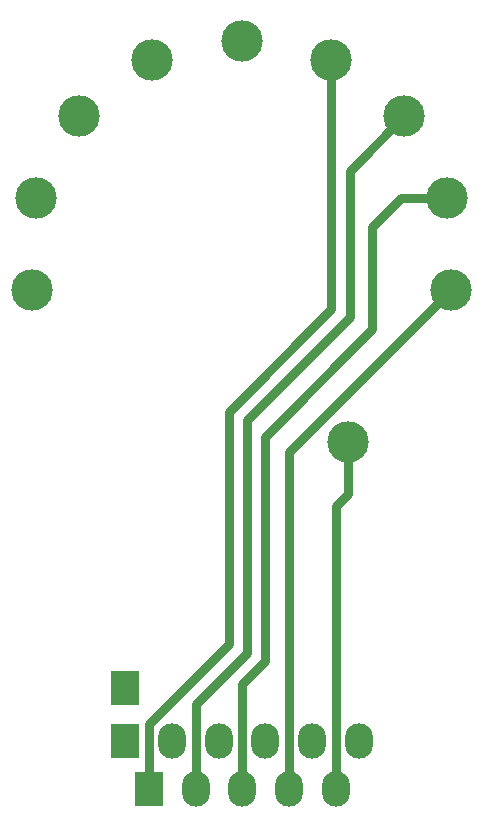
<source format=gbr>
G04 #@! TF.GenerationSoftware,KiCad,Pcbnew,(5.1.4)-1*
G04 #@! TF.CreationDate,2022-04-04T21:54:13-04:00*
G04 #@! TF.ProjectId,CR30 adapter,43523330-2061-4646-9170-7465722e6b69,rev?*
G04 #@! TF.SameCoordinates,Original*
G04 #@! TF.FileFunction,Copper,L2,Bot*
G04 #@! TF.FilePolarity,Positive*
%FSLAX46Y46*%
G04 Gerber Fmt 4.6, Leading zero omitted, Abs format (unit mm)*
G04 Created by KiCad (PCBNEW (5.1.4)-1) date 2022-04-04 21:54:13*
%MOMM*%
%LPD*%
G04 APERTURE LIST*
%ADD10C,3.500000*%
%ADD11R,2.350000X3.000000*%
%ADD12O,2.350000X3.000000*%
%ADD13C,0.750000*%
G04 APERTURE END LIST*
D10*
X81350000Y-69595667D03*
X81689875Y-61811257D03*
X85287740Y-54899823D03*
X91469411Y-50156460D03*
X99076540Y-48470000D03*
X106683669Y-50156460D03*
X112865340Y-54899823D03*
X116463205Y-61811257D03*
X116803080Y-69595667D03*
X108076540Y-82470000D03*
D11*
X89220000Y-103320000D03*
X91230000Y-111810000D03*
D12*
X95190000Y-111810000D03*
X99150000Y-111810000D03*
X103110000Y-111810000D03*
X107070000Y-111810000D03*
D11*
X89220000Y-107810000D03*
D12*
X93180000Y-107810000D03*
X97140000Y-107810000D03*
X101100000Y-107810000D03*
X105060000Y-107810000D03*
X109020000Y-107810000D03*
D13*
X107070000Y-111810000D02*
X107070000Y-87890000D01*
X108076540Y-86883460D02*
X108076540Y-82470000D01*
X107070000Y-87890000D02*
X108076540Y-86883460D01*
X103658747Y-82740000D02*
X116803080Y-69595667D01*
X103110000Y-83288747D02*
X103658747Y-82740000D01*
X103110000Y-111810000D02*
X103110000Y-83288747D01*
X112578743Y-61811257D02*
X116463205Y-61811257D01*
X99150000Y-102970000D02*
X101080000Y-101040000D01*
X101080000Y-101040000D02*
X101080000Y-82000000D01*
X99150000Y-111810000D02*
X99150000Y-102970000D01*
X101080000Y-82000000D02*
X110160000Y-72920000D01*
X110160000Y-72920000D02*
X110160000Y-64230000D01*
X110160000Y-64230000D02*
X112578743Y-61811257D01*
X95190000Y-111810000D02*
X95190000Y-104670000D01*
X95190000Y-104670000D02*
X99560000Y-100300000D01*
X99560000Y-100300000D02*
X99560000Y-80610000D01*
X99560000Y-80610000D02*
X108250000Y-71920000D01*
X108250000Y-59515163D02*
X112865340Y-54899823D01*
X108250000Y-71920000D02*
X108250000Y-59515163D01*
X106683669Y-71216331D02*
X106683669Y-50156460D01*
X97980000Y-79920000D02*
X106683669Y-71216331D01*
X97980000Y-99550000D02*
X97980000Y-79920000D01*
X91230000Y-106300000D02*
X97980000Y-99550000D01*
X91230000Y-111810000D02*
X91230000Y-106300000D01*
M02*

</source>
